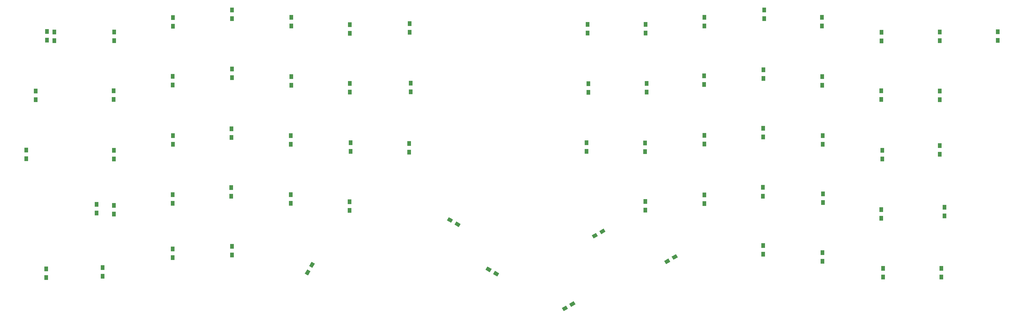
<source format=gbr>
G04 #@! TF.GenerationSoftware,KiCad,Pcbnew,(5.1.0)-1*
G04 #@! TF.CreationDate,2019-07-24T11:11:36-04:00*
G04 #@! TF.ProjectId,ogre,6f677265-2e6b-4696-9361-645f70636258,1.0*
G04 #@! TF.SameCoordinates,Original*
G04 #@! TF.FileFunction,Paste,Bot*
G04 #@! TF.FilePolarity,Positive*
%FSLAX46Y46*%
G04 Gerber Fmt 4.6, Leading zero omitted, Abs format (unit mm)*
G04 Created by KiCad (PCBNEW (5.1.0)-1) date 2019-07-24 11:11:36*
%MOMM*%
%LPD*%
G04 APERTURE LIST*
%ADD10R,1.200000X1.600000*%
%ADD11C,1.200000*%
%ADD12C,0.100000*%
G04 APERTURE END LIST*
D10*
X64360000Y-95500000D03*
X64360000Y-98300000D03*
D11*
X193222436Y-117890000D03*
D12*
G36*
X194215256Y-117770385D02*
G01*
X193615256Y-118809615D01*
X192229616Y-118009615D01*
X192829616Y-116970385D01*
X194215256Y-117770385D01*
X194215256Y-117770385D01*
G37*
D11*
X190797564Y-116490000D03*
D12*
G36*
X191790384Y-116370385D02*
G01*
X191190384Y-117409615D01*
X189804744Y-116609615D01*
X190404744Y-115570385D01*
X191790384Y-116370385D01*
X191790384Y-116370385D01*
G37*
D11*
X133820000Y-115037564D03*
D12*
G36*
X133700385Y-114044744D02*
G01*
X134739615Y-114644744D01*
X133939615Y-116030384D01*
X132900385Y-115430384D01*
X133700385Y-114044744D01*
X133700385Y-114044744D01*
G37*
D11*
X132420000Y-117462436D03*
D12*
G36*
X132300385Y-116469616D02*
G01*
X133339615Y-117069616D01*
X132539615Y-118455256D01*
X131500385Y-117855256D01*
X132300385Y-116469616D01*
X132300385Y-116469616D01*
G37*
D10*
X50710000Y-39920000D03*
X50710000Y-42720000D03*
X69990000Y-39880000D03*
X69990000Y-42680000D03*
X88950000Y-35200000D03*
X88950000Y-38000000D03*
X107980000Y-32780000D03*
X107980000Y-35580000D03*
X127130000Y-35110000D03*
X127130000Y-37910000D03*
X146030000Y-37550000D03*
X146030000Y-40350000D03*
X165340000Y-37190000D03*
X165340000Y-39990000D03*
X222760000Y-37450000D03*
X222760000Y-40250000D03*
X241460000Y-37450000D03*
X241460000Y-40250000D03*
X260400000Y-35160000D03*
X260400000Y-37960000D03*
X279730000Y-32770000D03*
X279730000Y-35570000D03*
X317560000Y-39930000D03*
X317560000Y-42730000D03*
X336360000Y-39850000D03*
X336360000Y-42650000D03*
X44660000Y-58970000D03*
X44660000Y-61770000D03*
X69840000Y-58840000D03*
X69840000Y-61640000D03*
X88840000Y-54220000D03*
X88840000Y-57020000D03*
X108020000Y-51810000D03*
X108020000Y-54610000D03*
X127130000Y-54270000D03*
X127130000Y-57070000D03*
X146030000Y-56460000D03*
X146030000Y-59260000D03*
X165640000Y-56390000D03*
X165640000Y-59190000D03*
X222950000Y-56580000D03*
X222950000Y-59380000D03*
X241770000Y-56490000D03*
X241770000Y-59290000D03*
X260360000Y-54050000D03*
X260360000Y-56850000D03*
X279420000Y-52110000D03*
X279420000Y-54910000D03*
X298420000Y-54270000D03*
X298420000Y-57070000D03*
X317500000Y-58840000D03*
X317500000Y-61640000D03*
X336330000Y-58910000D03*
X336330000Y-61710000D03*
X41630000Y-78020000D03*
X41630000Y-80820000D03*
X69880000Y-78030000D03*
X69880000Y-80830000D03*
X88950000Y-73290000D03*
X88950000Y-76090000D03*
X107830000Y-71160000D03*
X107830000Y-73960000D03*
X126960000Y-73310000D03*
X126960000Y-76110000D03*
X146240000Y-75630000D03*
X146240000Y-78430000D03*
X165150000Y-75840000D03*
X165150000Y-78640000D03*
X222370000Y-75630000D03*
X222370000Y-78430000D03*
X241280000Y-75720000D03*
X241280000Y-78520000D03*
X260410000Y-73270000D03*
X260410000Y-76070000D03*
X279400000Y-70940000D03*
X279400000Y-73740000D03*
X298630000Y-73300000D03*
X298630000Y-76100000D03*
X317780000Y-78060000D03*
X317780000Y-80860000D03*
X336350000Y-76550000D03*
X336350000Y-79350000D03*
X69890000Y-95860000D03*
X69890000Y-98660000D03*
X88880000Y-92340000D03*
X88880000Y-95140000D03*
X107780000Y-90080000D03*
X107780000Y-92880000D03*
X126940000Y-92340000D03*
X126940000Y-95140000D03*
X145960000Y-94680000D03*
X145960000Y-97480000D03*
X48280000Y-39750000D03*
X48280000Y-42550000D03*
X355090000Y-39780000D03*
X355090000Y-42580000D03*
X241350000Y-94550000D03*
X241350000Y-97350000D03*
X260410000Y-92440000D03*
X260410000Y-95240000D03*
X279330000Y-90050000D03*
X279330000Y-92850000D03*
X298690000Y-92130000D03*
X298690000Y-94930000D03*
X317470000Y-97190000D03*
X317470000Y-99990000D03*
X337900000Y-96470000D03*
X337900000Y-99270000D03*
X48100000Y-116330000D03*
X48100000Y-119130000D03*
X66260000Y-115940000D03*
X66260000Y-118740000D03*
X88840000Y-109880000D03*
X88840000Y-112680000D03*
X107970000Y-109050000D03*
X107970000Y-111850000D03*
D11*
X180762436Y-101950000D03*
D12*
G36*
X181755256Y-101830385D02*
G01*
X181155256Y-102869615D01*
X179769616Y-102069615D01*
X180369616Y-101030385D01*
X181755256Y-101830385D01*
X181755256Y-101830385D01*
G37*
D11*
X178337564Y-100550000D03*
D12*
G36*
X179330384Y-100430385D02*
G01*
X178730384Y-101469615D01*
X177344744Y-100669615D01*
X177944744Y-99630385D01*
X179330384Y-100430385D01*
X179330384Y-100430385D01*
G37*
D11*
X217832436Y-127690000D03*
D12*
G36*
X218225256Y-126770385D02*
G01*
X218825256Y-127809615D01*
X217439616Y-128609615D01*
X216839616Y-127570385D01*
X218225256Y-126770385D01*
X218225256Y-126770385D01*
G37*
D11*
X215407564Y-129090000D03*
D12*
G36*
X215800384Y-128170385D02*
G01*
X216400384Y-129209615D01*
X215014744Y-130009615D01*
X214414744Y-128970385D01*
X215800384Y-128170385D01*
X215800384Y-128170385D01*
G37*
D11*
X227492436Y-104230000D03*
D12*
G36*
X227885256Y-103310385D02*
G01*
X228485256Y-104349615D01*
X227099616Y-105149615D01*
X226499616Y-104110385D01*
X227885256Y-103310385D01*
X227885256Y-103310385D01*
G37*
D11*
X225067564Y-105630000D03*
D12*
G36*
X225460384Y-104710385D02*
G01*
X226060384Y-105749615D01*
X224674744Y-106549615D01*
X224074744Y-105510385D01*
X225460384Y-104710385D01*
X225460384Y-104710385D01*
G37*
D11*
X250832436Y-112500000D03*
D12*
G36*
X251225256Y-111580385D02*
G01*
X251825256Y-112619615D01*
X250439616Y-113419615D01*
X249839616Y-112380385D01*
X251225256Y-111580385D01*
X251225256Y-111580385D01*
G37*
D11*
X248407564Y-113900000D03*
D12*
G36*
X248800384Y-112980385D02*
G01*
X249400384Y-114019615D01*
X248014744Y-114819615D01*
X247414744Y-113780385D01*
X248800384Y-112980385D01*
X248800384Y-112980385D01*
G37*
D10*
X279410000Y-108770000D03*
X279410000Y-111570000D03*
X298540000Y-111080000D03*
X298540000Y-113880000D03*
X318100000Y-116140000D03*
X318100000Y-118940000D03*
X336850000Y-116170000D03*
X336850000Y-118970000D03*
X298320000Y-35140000D03*
X298320000Y-37940000D03*
M02*

</source>
